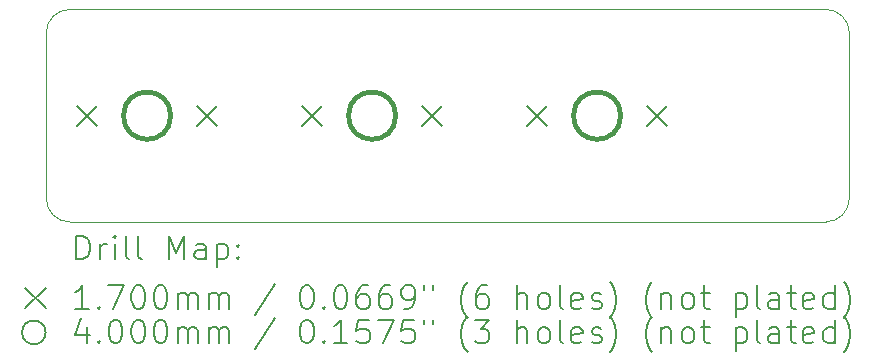
<source format=gbr>
%TF.GenerationSoftware,KiCad,Pcbnew,8.0.3*%
%TF.CreationDate,2024-06-07T22:11:13+12:00*%
%TF.ProjectId,mechanical_switch_breakout,6d656368-616e-4696-9361-6c5f73776974,0.1.0*%
%TF.SameCoordinates,Original*%
%TF.FileFunction,Drillmap*%
%TF.FilePolarity,Positive*%
%FSLAX45Y45*%
G04 Gerber Fmt 4.5, Leading zero omitted, Abs format (unit mm)*
G04 Created by KiCad (PCBNEW 8.0.3) date 2024-06-07 22:11:13*
%MOMM*%
%LPD*%
G01*
G04 APERTURE LIST*
%ADD10C,0.100000*%
%ADD11C,0.200000*%
%ADD12C,0.170000*%
%ADD13C,0.400000*%
G04 APERTURE END LIST*
D10*
X13495750Y-5454000D02*
X7095750Y-5454000D01*
X13495750Y-5454000D02*
G75*
G02*
X13695750Y-5654000I0J-200000D01*
G01*
X13695750Y-7054000D02*
X13695750Y-5654000D01*
X7095750Y-7254000D02*
G75*
G02*
X6895750Y-7054000I0J200000D01*
G01*
X7095750Y-7254000D02*
X13495750Y-7254000D01*
X13695750Y-7054000D02*
G75*
G02*
X13495750Y-7254000I-200000J0D01*
G01*
X6895750Y-5654000D02*
X6895750Y-7054000D01*
X6895750Y-5654000D02*
G75*
G02*
X7095750Y-5454000I200000J0D01*
G01*
D11*
D12*
X7157000Y-6269000D02*
X7327000Y-6439000D01*
X7327000Y-6269000D02*
X7157000Y-6439000D01*
X8173000Y-6269000D02*
X8343000Y-6439000D01*
X8343000Y-6269000D02*
X8173000Y-6439000D01*
X9062000Y-6269000D02*
X9232000Y-6439000D01*
X9232000Y-6269000D02*
X9062000Y-6439000D01*
X10078000Y-6269000D02*
X10248000Y-6439000D01*
X10248000Y-6269000D02*
X10078000Y-6439000D01*
X10967000Y-6269000D02*
X11137000Y-6439000D01*
X11137000Y-6269000D02*
X10967000Y-6439000D01*
X11983000Y-6269000D02*
X12153000Y-6439000D01*
X12153000Y-6269000D02*
X11983000Y-6439000D01*
D13*
X7950000Y-6354000D02*
G75*
G02*
X7550000Y-6354000I-200000J0D01*
G01*
X7550000Y-6354000D02*
G75*
G02*
X7950000Y-6354000I200000J0D01*
G01*
X9855000Y-6354000D02*
G75*
G02*
X9455000Y-6354000I-200000J0D01*
G01*
X9455000Y-6354000D02*
G75*
G02*
X9855000Y-6354000I200000J0D01*
G01*
X11760000Y-6354000D02*
G75*
G02*
X11360000Y-6354000I-200000J0D01*
G01*
X11360000Y-6354000D02*
G75*
G02*
X11760000Y-6354000I200000J0D01*
G01*
D11*
X7151527Y-7570484D02*
X7151527Y-7370484D01*
X7151527Y-7370484D02*
X7199146Y-7370484D01*
X7199146Y-7370484D02*
X7227717Y-7380007D01*
X7227717Y-7380007D02*
X7246765Y-7399055D01*
X7246765Y-7399055D02*
X7256289Y-7418103D01*
X7256289Y-7418103D02*
X7265812Y-7456198D01*
X7265812Y-7456198D02*
X7265812Y-7484769D01*
X7265812Y-7484769D02*
X7256289Y-7522865D01*
X7256289Y-7522865D02*
X7246765Y-7541912D01*
X7246765Y-7541912D02*
X7227717Y-7560960D01*
X7227717Y-7560960D02*
X7199146Y-7570484D01*
X7199146Y-7570484D02*
X7151527Y-7570484D01*
X7351527Y-7570484D02*
X7351527Y-7437150D01*
X7351527Y-7475246D02*
X7361051Y-7456198D01*
X7361051Y-7456198D02*
X7370574Y-7446674D01*
X7370574Y-7446674D02*
X7389622Y-7437150D01*
X7389622Y-7437150D02*
X7408670Y-7437150D01*
X7475336Y-7570484D02*
X7475336Y-7437150D01*
X7475336Y-7370484D02*
X7465812Y-7380007D01*
X7465812Y-7380007D02*
X7475336Y-7389531D01*
X7475336Y-7389531D02*
X7484860Y-7380007D01*
X7484860Y-7380007D02*
X7475336Y-7370484D01*
X7475336Y-7370484D02*
X7475336Y-7389531D01*
X7599146Y-7570484D02*
X7580098Y-7560960D01*
X7580098Y-7560960D02*
X7570574Y-7541912D01*
X7570574Y-7541912D02*
X7570574Y-7370484D01*
X7703908Y-7570484D02*
X7684860Y-7560960D01*
X7684860Y-7560960D02*
X7675336Y-7541912D01*
X7675336Y-7541912D02*
X7675336Y-7370484D01*
X7932479Y-7570484D02*
X7932479Y-7370484D01*
X7932479Y-7370484D02*
X7999146Y-7513341D01*
X7999146Y-7513341D02*
X8065812Y-7370484D01*
X8065812Y-7370484D02*
X8065812Y-7570484D01*
X8246765Y-7570484D02*
X8246765Y-7465722D01*
X8246765Y-7465722D02*
X8237241Y-7446674D01*
X8237241Y-7446674D02*
X8218193Y-7437150D01*
X8218193Y-7437150D02*
X8180098Y-7437150D01*
X8180098Y-7437150D02*
X8161051Y-7446674D01*
X8246765Y-7560960D02*
X8227717Y-7570484D01*
X8227717Y-7570484D02*
X8180098Y-7570484D01*
X8180098Y-7570484D02*
X8161051Y-7560960D01*
X8161051Y-7560960D02*
X8151527Y-7541912D01*
X8151527Y-7541912D02*
X8151527Y-7522865D01*
X8151527Y-7522865D02*
X8161051Y-7503817D01*
X8161051Y-7503817D02*
X8180098Y-7494293D01*
X8180098Y-7494293D02*
X8227717Y-7494293D01*
X8227717Y-7494293D02*
X8246765Y-7484769D01*
X8342003Y-7437150D02*
X8342003Y-7637150D01*
X8342003Y-7446674D02*
X8361051Y-7437150D01*
X8361051Y-7437150D02*
X8399146Y-7437150D01*
X8399146Y-7437150D02*
X8418194Y-7446674D01*
X8418194Y-7446674D02*
X8427717Y-7456198D01*
X8427717Y-7456198D02*
X8437241Y-7475246D01*
X8437241Y-7475246D02*
X8437241Y-7532388D01*
X8437241Y-7532388D02*
X8427717Y-7551436D01*
X8427717Y-7551436D02*
X8418194Y-7560960D01*
X8418194Y-7560960D02*
X8399146Y-7570484D01*
X8399146Y-7570484D02*
X8361051Y-7570484D01*
X8361051Y-7570484D02*
X8342003Y-7560960D01*
X8522955Y-7551436D02*
X8532479Y-7560960D01*
X8532479Y-7560960D02*
X8522955Y-7570484D01*
X8522955Y-7570484D02*
X8513432Y-7560960D01*
X8513432Y-7560960D02*
X8522955Y-7551436D01*
X8522955Y-7551436D02*
X8522955Y-7570484D01*
X8522955Y-7446674D02*
X8532479Y-7456198D01*
X8532479Y-7456198D02*
X8522955Y-7465722D01*
X8522955Y-7465722D02*
X8513432Y-7456198D01*
X8513432Y-7456198D02*
X8522955Y-7446674D01*
X8522955Y-7446674D02*
X8522955Y-7465722D01*
D12*
X6720750Y-7814000D02*
X6890750Y-7984000D01*
X6890750Y-7814000D02*
X6720750Y-7984000D01*
D11*
X7256289Y-7990484D02*
X7142003Y-7990484D01*
X7199146Y-7990484D02*
X7199146Y-7790484D01*
X7199146Y-7790484D02*
X7180098Y-7819055D01*
X7180098Y-7819055D02*
X7161051Y-7838103D01*
X7161051Y-7838103D02*
X7142003Y-7847626D01*
X7342003Y-7971436D02*
X7351527Y-7980960D01*
X7351527Y-7980960D02*
X7342003Y-7990484D01*
X7342003Y-7990484D02*
X7332479Y-7980960D01*
X7332479Y-7980960D02*
X7342003Y-7971436D01*
X7342003Y-7971436D02*
X7342003Y-7990484D01*
X7418193Y-7790484D02*
X7551527Y-7790484D01*
X7551527Y-7790484D02*
X7465812Y-7990484D01*
X7665812Y-7790484D02*
X7684860Y-7790484D01*
X7684860Y-7790484D02*
X7703908Y-7800007D01*
X7703908Y-7800007D02*
X7713432Y-7809531D01*
X7713432Y-7809531D02*
X7722955Y-7828579D01*
X7722955Y-7828579D02*
X7732479Y-7866674D01*
X7732479Y-7866674D02*
X7732479Y-7914293D01*
X7732479Y-7914293D02*
X7722955Y-7952388D01*
X7722955Y-7952388D02*
X7713432Y-7971436D01*
X7713432Y-7971436D02*
X7703908Y-7980960D01*
X7703908Y-7980960D02*
X7684860Y-7990484D01*
X7684860Y-7990484D02*
X7665812Y-7990484D01*
X7665812Y-7990484D02*
X7646765Y-7980960D01*
X7646765Y-7980960D02*
X7637241Y-7971436D01*
X7637241Y-7971436D02*
X7627717Y-7952388D01*
X7627717Y-7952388D02*
X7618193Y-7914293D01*
X7618193Y-7914293D02*
X7618193Y-7866674D01*
X7618193Y-7866674D02*
X7627717Y-7828579D01*
X7627717Y-7828579D02*
X7637241Y-7809531D01*
X7637241Y-7809531D02*
X7646765Y-7800007D01*
X7646765Y-7800007D02*
X7665812Y-7790484D01*
X7856289Y-7790484D02*
X7875336Y-7790484D01*
X7875336Y-7790484D02*
X7894384Y-7800007D01*
X7894384Y-7800007D02*
X7903908Y-7809531D01*
X7903908Y-7809531D02*
X7913432Y-7828579D01*
X7913432Y-7828579D02*
X7922955Y-7866674D01*
X7922955Y-7866674D02*
X7922955Y-7914293D01*
X7922955Y-7914293D02*
X7913432Y-7952388D01*
X7913432Y-7952388D02*
X7903908Y-7971436D01*
X7903908Y-7971436D02*
X7894384Y-7980960D01*
X7894384Y-7980960D02*
X7875336Y-7990484D01*
X7875336Y-7990484D02*
X7856289Y-7990484D01*
X7856289Y-7990484D02*
X7837241Y-7980960D01*
X7837241Y-7980960D02*
X7827717Y-7971436D01*
X7827717Y-7971436D02*
X7818193Y-7952388D01*
X7818193Y-7952388D02*
X7808670Y-7914293D01*
X7808670Y-7914293D02*
X7808670Y-7866674D01*
X7808670Y-7866674D02*
X7818193Y-7828579D01*
X7818193Y-7828579D02*
X7827717Y-7809531D01*
X7827717Y-7809531D02*
X7837241Y-7800007D01*
X7837241Y-7800007D02*
X7856289Y-7790484D01*
X8008670Y-7990484D02*
X8008670Y-7857150D01*
X8008670Y-7876198D02*
X8018193Y-7866674D01*
X8018193Y-7866674D02*
X8037241Y-7857150D01*
X8037241Y-7857150D02*
X8065813Y-7857150D01*
X8065813Y-7857150D02*
X8084860Y-7866674D01*
X8084860Y-7866674D02*
X8094384Y-7885722D01*
X8094384Y-7885722D02*
X8094384Y-7990484D01*
X8094384Y-7885722D02*
X8103908Y-7866674D01*
X8103908Y-7866674D02*
X8122955Y-7857150D01*
X8122955Y-7857150D02*
X8151527Y-7857150D01*
X8151527Y-7857150D02*
X8170574Y-7866674D01*
X8170574Y-7866674D02*
X8180098Y-7885722D01*
X8180098Y-7885722D02*
X8180098Y-7990484D01*
X8275336Y-7990484D02*
X8275336Y-7857150D01*
X8275336Y-7876198D02*
X8284860Y-7866674D01*
X8284860Y-7866674D02*
X8303908Y-7857150D01*
X8303908Y-7857150D02*
X8332479Y-7857150D01*
X8332479Y-7857150D02*
X8351527Y-7866674D01*
X8351527Y-7866674D02*
X8361051Y-7885722D01*
X8361051Y-7885722D02*
X8361051Y-7990484D01*
X8361051Y-7885722D02*
X8370574Y-7866674D01*
X8370574Y-7866674D02*
X8389622Y-7857150D01*
X8389622Y-7857150D02*
X8418194Y-7857150D01*
X8418194Y-7857150D02*
X8437241Y-7866674D01*
X8437241Y-7866674D02*
X8446765Y-7885722D01*
X8446765Y-7885722D02*
X8446765Y-7990484D01*
X8837241Y-7780960D02*
X8665813Y-8038103D01*
X9094384Y-7790484D02*
X9113432Y-7790484D01*
X9113432Y-7790484D02*
X9132479Y-7800007D01*
X9132479Y-7800007D02*
X9142003Y-7809531D01*
X9142003Y-7809531D02*
X9151527Y-7828579D01*
X9151527Y-7828579D02*
X9161051Y-7866674D01*
X9161051Y-7866674D02*
X9161051Y-7914293D01*
X9161051Y-7914293D02*
X9151527Y-7952388D01*
X9151527Y-7952388D02*
X9142003Y-7971436D01*
X9142003Y-7971436D02*
X9132479Y-7980960D01*
X9132479Y-7980960D02*
X9113432Y-7990484D01*
X9113432Y-7990484D02*
X9094384Y-7990484D01*
X9094384Y-7990484D02*
X9075337Y-7980960D01*
X9075337Y-7980960D02*
X9065813Y-7971436D01*
X9065813Y-7971436D02*
X9056289Y-7952388D01*
X9056289Y-7952388D02*
X9046765Y-7914293D01*
X9046765Y-7914293D02*
X9046765Y-7866674D01*
X9046765Y-7866674D02*
X9056289Y-7828579D01*
X9056289Y-7828579D02*
X9065813Y-7809531D01*
X9065813Y-7809531D02*
X9075337Y-7800007D01*
X9075337Y-7800007D02*
X9094384Y-7790484D01*
X9246765Y-7971436D02*
X9256289Y-7980960D01*
X9256289Y-7980960D02*
X9246765Y-7990484D01*
X9246765Y-7990484D02*
X9237241Y-7980960D01*
X9237241Y-7980960D02*
X9246765Y-7971436D01*
X9246765Y-7971436D02*
X9246765Y-7990484D01*
X9380098Y-7790484D02*
X9399146Y-7790484D01*
X9399146Y-7790484D02*
X9418194Y-7800007D01*
X9418194Y-7800007D02*
X9427718Y-7809531D01*
X9427718Y-7809531D02*
X9437241Y-7828579D01*
X9437241Y-7828579D02*
X9446765Y-7866674D01*
X9446765Y-7866674D02*
X9446765Y-7914293D01*
X9446765Y-7914293D02*
X9437241Y-7952388D01*
X9437241Y-7952388D02*
X9427718Y-7971436D01*
X9427718Y-7971436D02*
X9418194Y-7980960D01*
X9418194Y-7980960D02*
X9399146Y-7990484D01*
X9399146Y-7990484D02*
X9380098Y-7990484D01*
X9380098Y-7990484D02*
X9361051Y-7980960D01*
X9361051Y-7980960D02*
X9351527Y-7971436D01*
X9351527Y-7971436D02*
X9342003Y-7952388D01*
X9342003Y-7952388D02*
X9332479Y-7914293D01*
X9332479Y-7914293D02*
X9332479Y-7866674D01*
X9332479Y-7866674D02*
X9342003Y-7828579D01*
X9342003Y-7828579D02*
X9351527Y-7809531D01*
X9351527Y-7809531D02*
X9361051Y-7800007D01*
X9361051Y-7800007D02*
X9380098Y-7790484D01*
X9618194Y-7790484D02*
X9580098Y-7790484D01*
X9580098Y-7790484D02*
X9561051Y-7800007D01*
X9561051Y-7800007D02*
X9551527Y-7809531D01*
X9551527Y-7809531D02*
X9532479Y-7838103D01*
X9532479Y-7838103D02*
X9522956Y-7876198D01*
X9522956Y-7876198D02*
X9522956Y-7952388D01*
X9522956Y-7952388D02*
X9532479Y-7971436D01*
X9532479Y-7971436D02*
X9542003Y-7980960D01*
X9542003Y-7980960D02*
X9561051Y-7990484D01*
X9561051Y-7990484D02*
X9599146Y-7990484D01*
X9599146Y-7990484D02*
X9618194Y-7980960D01*
X9618194Y-7980960D02*
X9627718Y-7971436D01*
X9627718Y-7971436D02*
X9637241Y-7952388D01*
X9637241Y-7952388D02*
X9637241Y-7904769D01*
X9637241Y-7904769D02*
X9627718Y-7885722D01*
X9627718Y-7885722D02*
X9618194Y-7876198D01*
X9618194Y-7876198D02*
X9599146Y-7866674D01*
X9599146Y-7866674D02*
X9561051Y-7866674D01*
X9561051Y-7866674D02*
X9542003Y-7876198D01*
X9542003Y-7876198D02*
X9532479Y-7885722D01*
X9532479Y-7885722D02*
X9522956Y-7904769D01*
X9808670Y-7790484D02*
X9770575Y-7790484D01*
X9770575Y-7790484D02*
X9751527Y-7800007D01*
X9751527Y-7800007D02*
X9742003Y-7809531D01*
X9742003Y-7809531D02*
X9722956Y-7838103D01*
X9722956Y-7838103D02*
X9713432Y-7876198D01*
X9713432Y-7876198D02*
X9713432Y-7952388D01*
X9713432Y-7952388D02*
X9722956Y-7971436D01*
X9722956Y-7971436D02*
X9732479Y-7980960D01*
X9732479Y-7980960D02*
X9751527Y-7990484D01*
X9751527Y-7990484D02*
X9789622Y-7990484D01*
X9789622Y-7990484D02*
X9808670Y-7980960D01*
X9808670Y-7980960D02*
X9818194Y-7971436D01*
X9818194Y-7971436D02*
X9827718Y-7952388D01*
X9827718Y-7952388D02*
X9827718Y-7904769D01*
X9827718Y-7904769D02*
X9818194Y-7885722D01*
X9818194Y-7885722D02*
X9808670Y-7876198D01*
X9808670Y-7876198D02*
X9789622Y-7866674D01*
X9789622Y-7866674D02*
X9751527Y-7866674D01*
X9751527Y-7866674D02*
X9732479Y-7876198D01*
X9732479Y-7876198D02*
X9722956Y-7885722D01*
X9722956Y-7885722D02*
X9713432Y-7904769D01*
X9922956Y-7990484D02*
X9961051Y-7990484D01*
X9961051Y-7990484D02*
X9980099Y-7980960D01*
X9980099Y-7980960D02*
X9989622Y-7971436D01*
X9989622Y-7971436D02*
X10008670Y-7942865D01*
X10008670Y-7942865D02*
X10018194Y-7904769D01*
X10018194Y-7904769D02*
X10018194Y-7828579D01*
X10018194Y-7828579D02*
X10008670Y-7809531D01*
X10008670Y-7809531D02*
X9999146Y-7800007D01*
X9999146Y-7800007D02*
X9980099Y-7790484D01*
X9980099Y-7790484D02*
X9942003Y-7790484D01*
X9942003Y-7790484D02*
X9922956Y-7800007D01*
X9922956Y-7800007D02*
X9913432Y-7809531D01*
X9913432Y-7809531D02*
X9903908Y-7828579D01*
X9903908Y-7828579D02*
X9903908Y-7876198D01*
X9903908Y-7876198D02*
X9913432Y-7895246D01*
X9913432Y-7895246D02*
X9922956Y-7904769D01*
X9922956Y-7904769D02*
X9942003Y-7914293D01*
X9942003Y-7914293D02*
X9980099Y-7914293D01*
X9980099Y-7914293D02*
X9999146Y-7904769D01*
X9999146Y-7904769D02*
X10008670Y-7895246D01*
X10008670Y-7895246D02*
X10018194Y-7876198D01*
X10094384Y-7790484D02*
X10094384Y-7828579D01*
X10170575Y-7790484D02*
X10170575Y-7828579D01*
X10465813Y-8066674D02*
X10456289Y-8057150D01*
X10456289Y-8057150D02*
X10437241Y-8028579D01*
X10437241Y-8028579D02*
X10427718Y-8009531D01*
X10427718Y-8009531D02*
X10418194Y-7980960D01*
X10418194Y-7980960D02*
X10408670Y-7933341D01*
X10408670Y-7933341D02*
X10408670Y-7895246D01*
X10408670Y-7895246D02*
X10418194Y-7847626D01*
X10418194Y-7847626D02*
X10427718Y-7819055D01*
X10427718Y-7819055D02*
X10437241Y-7800007D01*
X10437241Y-7800007D02*
X10456289Y-7771436D01*
X10456289Y-7771436D02*
X10465813Y-7761912D01*
X10627718Y-7790484D02*
X10589622Y-7790484D01*
X10589622Y-7790484D02*
X10570575Y-7800007D01*
X10570575Y-7800007D02*
X10561051Y-7809531D01*
X10561051Y-7809531D02*
X10542003Y-7838103D01*
X10542003Y-7838103D02*
X10532480Y-7876198D01*
X10532480Y-7876198D02*
X10532480Y-7952388D01*
X10532480Y-7952388D02*
X10542003Y-7971436D01*
X10542003Y-7971436D02*
X10551527Y-7980960D01*
X10551527Y-7980960D02*
X10570575Y-7990484D01*
X10570575Y-7990484D02*
X10608670Y-7990484D01*
X10608670Y-7990484D02*
X10627718Y-7980960D01*
X10627718Y-7980960D02*
X10637241Y-7971436D01*
X10637241Y-7971436D02*
X10646765Y-7952388D01*
X10646765Y-7952388D02*
X10646765Y-7904769D01*
X10646765Y-7904769D02*
X10637241Y-7885722D01*
X10637241Y-7885722D02*
X10627718Y-7876198D01*
X10627718Y-7876198D02*
X10608670Y-7866674D01*
X10608670Y-7866674D02*
X10570575Y-7866674D01*
X10570575Y-7866674D02*
X10551527Y-7876198D01*
X10551527Y-7876198D02*
X10542003Y-7885722D01*
X10542003Y-7885722D02*
X10532480Y-7904769D01*
X10884861Y-7990484D02*
X10884861Y-7790484D01*
X10970575Y-7990484D02*
X10970575Y-7885722D01*
X10970575Y-7885722D02*
X10961051Y-7866674D01*
X10961051Y-7866674D02*
X10942003Y-7857150D01*
X10942003Y-7857150D02*
X10913432Y-7857150D01*
X10913432Y-7857150D02*
X10894384Y-7866674D01*
X10894384Y-7866674D02*
X10884861Y-7876198D01*
X11094384Y-7990484D02*
X11075337Y-7980960D01*
X11075337Y-7980960D02*
X11065813Y-7971436D01*
X11065813Y-7971436D02*
X11056289Y-7952388D01*
X11056289Y-7952388D02*
X11056289Y-7895246D01*
X11056289Y-7895246D02*
X11065813Y-7876198D01*
X11065813Y-7876198D02*
X11075337Y-7866674D01*
X11075337Y-7866674D02*
X11094384Y-7857150D01*
X11094384Y-7857150D02*
X11122956Y-7857150D01*
X11122956Y-7857150D02*
X11142003Y-7866674D01*
X11142003Y-7866674D02*
X11151527Y-7876198D01*
X11151527Y-7876198D02*
X11161051Y-7895246D01*
X11161051Y-7895246D02*
X11161051Y-7952388D01*
X11161051Y-7952388D02*
X11151527Y-7971436D01*
X11151527Y-7971436D02*
X11142003Y-7980960D01*
X11142003Y-7980960D02*
X11122956Y-7990484D01*
X11122956Y-7990484D02*
X11094384Y-7990484D01*
X11275337Y-7990484D02*
X11256289Y-7980960D01*
X11256289Y-7980960D02*
X11246765Y-7961912D01*
X11246765Y-7961912D02*
X11246765Y-7790484D01*
X11427718Y-7980960D02*
X11408670Y-7990484D01*
X11408670Y-7990484D02*
X11370575Y-7990484D01*
X11370575Y-7990484D02*
X11351527Y-7980960D01*
X11351527Y-7980960D02*
X11342003Y-7961912D01*
X11342003Y-7961912D02*
X11342003Y-7885722D01*
X11342003Y-7885722D02*
X11351527Y-7866674D01*
X11351527Y-7866674D02*
X11370575Y-7857150D01*
X11370575Y-7857150D02*
X11408670Y-7857150D01*
X11408670Y-7857150D02*
X11427718Y-7866674D01*
X11427718Y-7866674D02*
X11437241Y-7885722D01*
X11437241Y-7885722D02*
X11437241Y-7904769D01*
X11437241Y-7904769D02*
X11342003Y-7923817D01*
X11513432Y-7980960D02*
X11532480Y-7990484D01*
X11532480Y-7990484D02*
X11570575Y-7990484D01*
X11570575Y-7990484D02*
X11589622Y-7980960D01*
X11589622Y-7980960D02*
X11599146Y-7961912D01*
X11599146Y-7961912D02*
X11599146Y-7952388D01*
X11599146Y-7952388D02*
X11589622Y-7933341D01*
X11589622Y-7933341D02*
X11570575Y-7923817D01*
X11570575Y-7923817D02*
X11542003Y-7923817D01*
X11542003Y-7923817D02*
X11522956Y-7914293D01*
X11522956Y-7914293D02*
X11513432Y-7895246D01*
X11513432Y-7895246D02*
X11513432Y-7885722D01*
X11513432Y-7885722D02*
X11522956Y-7866674D01*
X11522956Y-7866674D02*
X11542003Y-7857150D01*
X11542003Y-7857150D02*
X11570575Y-7857150D01*
X11570575Y-7857150D02*
X11589622Y-7866674D01*
X11665813Y-8066674D02*
X11675337Y-8057150D01*
X11675337Y-8057150D02*
X11694384Y-8028579D01*
X11694384Y-8028579D02*
X11703908Y-8009531D01*
X11703908Y-8009531D02*
X11713432Y-7980960D01*
X11713432Y-7980960D02*
X11722956Y-7933341D01*
X11722956Y-7933341D02*
X11722956Y-7895246D01*
X11722956Y-7895246D02*
X11713432Y-7847626D01*
X11713432Y-7847626D02*
X11703908Y-7819055D01*
X11703908Y-7819055D02*
X11694384Y-7800007D01*
X11694384Y-7800007D02*
X11675337Y-7771436D01*
X11675337Y-7771436D02*
X11665813Y-7761912D01*
X12027718Y-8066674D02*
X12018194Y-8057150D01*
X12018194Y-8057150D02*
X11999146Y-8028579D01*
X11999146Y-8028579D02*
X11989622Y-8009531D01*
X11989622Y-8009531D02*
X11980099Y-7980960D01*
X11980099Y-7980960D02*
X11970575Y-7933341D01*
X11970575Y-7933341D02*
X11970575Y-7895246D01*
X11970575Y-7895246D02*
X11980099Y-7847626D01*
X11980099Y-7847626D02*
X11989622Y-7819055D01*
X11989622Y-7819055D02*
X11999146Y-7800007D01*
X11999146Y-7800007D02*
X12018194Y-7771436D01*
X12018194Y-7771436D02*
X12027718Y-7761912D01*
X12103908Y-7857150D02*
X12103908Y-7990484D01*
X12103908Y-7876198D02*
X12113432Y-7866674D01*
X12113432Y-7866674D02*
X12132480Y-7857150D01*
X12132480Y-7857150D02*
X12161051Y-7857150D01*
X12161051Y-7857150D02*
X12180099Y-7866674D01*
X12180099Y-7866674D02*
X12189622Y-7885722D01*
X12189622Y-7885722D02*
X12189622Y-7990484D01*
X12313432Y-7990484D02*
X12294384Y-7980960D01*
X12294384Y-7980960D02*
X12284861Y-7971436D01*
X12284861Y-7971436D02*
X12275337Y-7952388D01*
X12275337Y-7952388D02*
X12275337Y-7895246D01*
X12275337Y-7895246D02*
X12284861Y-7876198D01*
X12284861Y-7876198D02*
X12294384Y-7866674D01*
X12294384Y-7866674D02*
X12313432Y-7857150D01*
X12313432Y-7857150D02*
X12342003Y-7857150D01*
X12342003Y-7857150D02*
X12361051Y-7866674D01*
X12361051Y-7866674D02*
X12370575Y-7876198D01*
X12370575Y-7876198D02*
X12380099Y-7895246D01*
X12380099Y-7895246D02*
X12380099Y-7952388D01*
X12380099Y-7952388D02*
X12370575Y-7971436D01*
X12370575Y-7971436D02*
X12361051Y-7980960D01*
X12361051Y-7980960D02*
X12342003Y-7990484D01*
X12342003Y-7990484D02*
X12313432Y-7990484D01*
X12437242Y-7857150D02*
X12513432Y-7857150D01*
X12465813Y-7790484D02*
X12465813Y-7961912D01*
X12465813Y-7961912D02*
X12475337Y-7980960D01*
X12475337Y-7980960D02*
X12494384Y-7990484D01*
X12494384Y-7990484D02*
X12513432Y-7990484D01*
X12732480Y-7857150D02*
X12732480Y-8057150D01*
X12732480Y-7866674D02*
X12751527Y-7857150D01*
X12751527Y-7857150D02*
X12789623Y-7857150D01*
X12789623Y-7857150D02*
X12808670Y-7866674D01*
X12808670Y-7866674D02*
X12818194Y-7876198D01*
X12818194Y-7876198D02*
X12827718Y-7895246D01*
X12827718Y-7895246D02*
X12827718Y-7952388D01*
X12827718Y-7952388D02*
X12818194Y-7971436D01*
X12818194Y-7971436D02*
X12808670Y-7980960D01*
X12808670Y-7980960D02*
X12789623Y-7990484D01*
X12789623Y-7990484D02*
X12751527Y-7990484D01*
X12751527Y-7990484D02*
X12732480Y-7980960D01*
X12942003Y-7990484D02*
X12922956Y-7980960D01*
X12922956Y-7980960D02*
X12913432Y-7961912D01*
X12913432Y-7961912D02*
X12913432Y-7790484D01*
X13103908Y-7990484D02*
X13103908Y-7885722D01*
X13103908Y-7885722D02*
X13094384Y-7866674D01*
X13094384Y-7866674D02*
X13075337Y-7857150D01*
X13075337Y-7857150D02*
X13037242Y-7857150D01*
X13037242Y-7857150D02*
X13018194Y-7866674D01*
X13103908Y-7980960D02*
X13084861Y-7990484D01*
X13084861Y-7990484D02*
X13037242Y-7990484D01*
X13037242Y-7990484D02*
X13018194Y-7980960D01*
X13018194Y-7980960D02*
X13008670Y-7961912D01*
X13008670Y-7961912D02*
X13008670Y-7942865D01*
X13008670Y-7942865D02*
X13018194Y-7923817D01*
X13018194Y-7923817D02*
X13037242Y-7914293D01*
X13037242Y-7914293D02*
X13084861Y-7914293D01*
X13084861Y-7914293D02*
X13103908Y-7904769D01*
X13170575Y-7857150D02*
X13246765Y-7857150D01*
X13199146Y-7790484D02*
X13199146Y-7961912D01*
X13199146Y-7961912D02*
X13208670Y-7980960D01*
X13208670Y-7980960D02*
X13227718Y-7990484D01*
X13227718Y-7990484D02*
X13246765Y-7990484D01*
X13389623Y-7980960D02*
X13370575Y-7990484D01*
X13370575Y-7990484D02*
X13332480Y-7990484D01*
X13332480Y-7990484D02*
X13313432Y-7980960D01*
X13313432Y-7980960D02*
X13303908Y-7961912D01*
X13303908Y-7961912D02*
X13303908Y-7885722D01*
X13303908Y-7885722D02*
X13313432Y-7866674D01*
X13313432Y-7866674D02*
X13332480Y-7857150D01*
X13332480Y-7857150D02*
X13370575Y-7857150D01*
X13370575Y-7857150D02*
X13389623Y-7866674D01*
X13389623Y-7866674D02*
X13399146Y-7885722D01*
X13399146Y-7885722D02*
X13399146Y-7904769D01*
X13399146Y-7904769D02*
X13303908Y-7923817D01*
X13570575Y-7990484D02*
X13570575Y-7790484D01*
X13570575Y-7980960D02*
X13551527Y-7990484D01*
X13551527Y-7990484D02*
X13513432Y-7990484D01*
X13513432Y-7990484D02*
X13494384Y-7980960D01*
X13494384Y-7980960D02*
X13484861Y-7971436D01*
X13484861Y-7971436D02*
X13475337Y-7952388D01*
X13475337Y-7952388D02*
X13475337Y-7895246D01*
X13475337Y-7895246D02*
X13484861Y-7876198D01*
X13484861Y-7876198D02*
X13494384Y-7866674D01*
X13494384Y-7866674D02*
X13513432Y-7857150D01*
X13513432Y-7857150D02*
X13551527Y-7857150D01*
X13551527Y-7857150D02*
X13570575Y-7866674D01*
X13646765Y-8066674D02*
X13656289Y-8057150D01*
X13656289Y-8057150D02*
X13675337Y-8028579D01*
X13675337Y-8028579D02*
X13684861Y-8009531D01*
X13684861Y-8009531D02*
X13694384Y-7980960D01*
X13694384Y-7980960D02*
X13703908Y-7933341D01*
X13703908Y-7933341D02*
X13703908Y-7895246D01*
X13703908Y-7895246D02*
X13694384Y-7847626D01*
X13694384Y-7847626D02*
X13684861Y-7819055D01*
X13684861Y-7819055D02*
X13675337Y-7800007D01*
X13675337Y-7800007D02*
X13656289Y-7771436D01*
X13656289Y-7771436D02*
X13646765Y-7761912D01*
X6890750Y-8189000D02*
G75*
G02*
X6690750Y-8189000I-100000J0D01*
G01*
X6690750Y-8189000D02*
G75*
G02*
X6890750Y-8189000I100000J0D01*
G01*
X7237241Y-8147150D02*
X7237241Y-8280484D01*
X7189622Y-8070960D02*
X7142003Y-8213817D01*
X7142003Y-8213817D02*
X7265812Y-8213817D01*
X7342003Y-8261436D02*
X7351527Y-8270960D01*
X7351527Y-8270960D02*
X7342003Y-8280484D01*
X7342003Y-8280484D02*
X7332479Y-8270960D01*
X7332479Y-8270960D02*
X7342003Y-8261436D01*
X7342003Y-8261436D02*
X7342003Y-8280484D01*
X7475336Y-8080484D02*
X7494384Y-8080484D01*
X7494384Y-8080484D02*
X7513432Y-8090007D01*
X7513432Y-8090007D02*
X7522955Y-8099531D01*
X7522955Y-8099531D02*
X7532479Y-8118579D01*
X7532479Y-8118579D02*
X7542003Y-8156674D01*
X7542003Y-8156674D02*
X7542003Y-8204293D01*
X7542003Y-8204293D02*
X7532479Y-8242388D01*
X7532479Y-8242388D02*
X7522955Y-8261436D01*
X7522955Y-8261436D02*
X7513432Y-8270960D01*
X7513432Y-8270960D02*
X7494384Y-8280484D01*
X7494384Y-8280484D02*
X7475336Y-8280484D01*
X7475336Y-8280484D02*
X7456289Y-8270960D01*
X7456289Y-8270960D02*
X7446765Y-8261436D01*
X7446765Y-8261436D02*
X7437241Y-8242388D01*
X7437241Y-8242388D02*
X7427717Y-8204293D01*
X7427717Y-8204293D02*
X7427717Y-8156674D01*
X7427717Y-8156674D02*
X7437241Y-8118579D01*
X7437241Y-8118579D02*
X7446765Y-8099531D01*
X7446765Y-8099531D02*
X7456289Y-8090007D01*
X7456289Y-8090007D02*
X7475336Y-8080484D01*
X7665812Y-8080484D02*
X7684860Y-8080484D01*
X7684860Y-8080484D02*
X7703908Y-8090007D01*
X7703908Y-8090007D02*
X7713432Y-8099531D01*
X7713432Y-8099531D02*
X7722955Y-8118579D01*
X7722955Y-8118579D02*
X7732479Y-8156674D01*
X7732479Y-8156674D02*
X7732479Y-8204293D01*
X7732479Y-8204293D02*
X7722955Y-8242388D01*
X7722955Y-8242388D02*
X7713432Y-8261436D01*
X7713432Y-8261436D02*
X7703908Y-8270960D01*
X7703908Y-8270960D02*
X7684860Y-8280484D01*
X7684860Y-8280484D02*
X7665812Y-8280484D01*
X7665812Y-8280484D02*
X7646765Y-8270960D01*
X7646765Y-8270960D02*
X7637241Y-8261436D01*
X7637241Y-8261436D02*
X7627717Y-8242388D01*
X7627717Y-8242388D02*
X7618193Y-8204293D01*
X7618193Y-8204293D02*
X7618193Y-8156674D01*
X7618193Y-8156674D02*
X7627717Y-8118579D01*
X7627717Y-8118579D02*
X7637241Y-8099531D01*
X7637241Y-8099531D02*
X7646765Y-8090007D01*
X7646765Y-8090007D02*
X7665812Y-8080484D01*
X7856289Y-8080484D02*
X7875336Y-8080484D01*
X7875336Y-8080484D02*
X7894384Y-8090007D01*
X7894384Y-8090007D02*
X7903908Y-8099531D01*
X7903908Y-8099531D02*
X7913432Y-8118579D01*
X7913432Y-8118579D02*
X7922955Y-8156674D01*
X7922955Y-8156674D02*
X7922955Y-8204293D01*
X7922955Y-8204293D02*
X7913432Y-8242388D01*
X7913432Y-8242388D02*
X7903908Y-8261436D01*
X7903908Y-8261436D02*
X7894384Y-8270960D01*
X7894384Y-8270960D02*
X7875336Y-8280484D01*
X7875336Y-8280484D02*
X7856289Y-8280484D01*
X7856289Y-8280484D02*
X7837241Y-8270960D01*
X7837241Y-8270960D02*
X7827717Y-8261436D01*
X7827717Y-8261436D02*
X7818193Y-8242388D01*
X7818193Y-8242388D02*
X7808670Y-8204293D01*
X7808670Y-8204293D02*
X7808670Y-8156674D01*
X7808670Y-8156674D02*
X7818193Y-8118579D01*
X7818193Y-8118579D02*
X7827717Y-8099531D01*
X7827717Y-8099531D02*
X7837241Y-8090007D01*
X7837241Y-8090007D02*
X7856289Y-8080484D01*
X8008670Y-8280484D02*
X8008670Y-8147150D01*
X8008670Y-8166198D02*
X8018193Y-8156674D01*
X8018193Y-8156674D02*
X8037241Y-8147150D01*
X8037241Y-8147150D02*
X8065813Y-8147150D01*
X8065813Y-8147150D02*
X8084860Y-8156674D01*
X8084860Y-8156674D02*
X8094384Y-8175722D01*
X8094384Y-8175722D02*
X8094384Y-8280484D01*
X8094384Y-8175722D02*
X8103908Y-8156674D01*
X8103908Y-8156674D02*
X8122955Y-8147150D01*
X8122955Y-8147150D02*
X8151527Y-8147150D01*
X8151527Y-8147150D02*
X8170574Y-8156674D01*
X8170574Y-8156674D02*
X8180098Y-8175722D01*
X8180098Y-8175722D02*
X8180098Y-8280484D01*
X8275336Y-8280484D02*
X8275336Y-8147150D01*
X8275336Y-8166198D02*
X8284860Y-8156674D01*
X8284860Y-8156674D02*
X8303908Y-8147150D01*
X8303908Y-8147150D02*
X8332479Y-8147150D01*
X8332479Y-8147150D02*
X8351527Y-8156674D01*
X8351527Y-8156674D02*
X8361051Y-8175722D01*
X8361051Y-8175722D02*
X8361051Y-8280484D01*
X8361051Y-8175722D02*
X8370574Y-8156674D01*
X8370574Y-8156674D02*
X8389622Y-8147150D01*
X8389622Y-8147150D02*
X8418194Y-8147150D01*
X8418194Y-8147150D02*
X8437241Y-8156674D01*
X8437241Y-8156674D02*
X8446765Y-8175722D01*
X8446765Y-8175722D02*
X8446765Y-8280484D01*
X8837241Y-8070960D02*
X8665813Y-8328103D01*
X9094384Y-8080484D02*
X9113432Y-8080484D01*
X9113432Y-8080484D02*
X9132479Y-8090007D01*
X9132479Y-8090007D02*
X9142003Y-8099531D01*
X9142003Y-8099531D02*
X9151527Y-8118579D01*
X9151527Y-8118579D02*
X9161051Y-8156674D01*
X9161051Y-8156674D02*
X9161051Y-8204293D01*
X9161051Y-8204293D02*
X9151527Y-8242388D01*
X9151527Y-8242388D02*
X9142003Y-8261436D01*
X9142003Y-8261436D02*
X9132479Y-8270960D01*
X9132479Y-8270960D02*
X9113432Y-8280484D01*
X9113432Y-8280484D02*
X9094384Y-8280484D01*
X9094384Y-8280484D02*
X9075337Y-8270960D01*
X9075337Y-8270960D02*
X9065813Y-8261436D01*
X9065813Y-8261436D02*
X9056289Y-8242388D01*
X9056289Y-8242388D02*
X9046765Y-8204293D01*
X9046765Y-8204293D02*
X9046765Y-8156674D01*
X9046765Y-8156674D02*
X9056289Y-8118579D01*
X9056289Y-8118579D02*
X9065813Y-8099531D01*
X9065813Y-8099531D02*
X9075337Y-8090007D01*
X9075337Y-8090007D02*
X9094384Y-8080484D01*
X9246765Y-8261436D02*
X9256289Y-8270960D01*
X9256289Y-8270960D02*
X9246765Y-8280484D01*
X9246765Y-8280484D02*
X9237241Y-8270960D01*
X9237241Y-8270960D02*
X9246765Y-8261436D01*
X9246765Y-8261436D02*
X9246765Y-8280484D01*
X9446765Y-8280484D02*
X9332479Y-8280484D01*
X9389622Y-8280484D02*
X9389622Y-8080484D01*
X9389622Y-8080484D02*
X9370575Y-8109055D01*
X9370575Y-8109055D02*
X9351527Y-8128103D01*
X9351527Y-8128103D02*
X9332479Y-8137626D01*
X9627718Y-8080484D02*
X9532479Y-8080484D01*
X9532479Y-8080484D02*
X9522956Y-8175722D01*
X9522956Y-8175722D02*
X9532479Y-8166198D01*
X9532479Y-8166198D02*
X9551527Y-8156674D01*
X9551527Y-8156674D02*
X9599146Y-8156674D01*
X9599146Y-8156674D02*
X9618194Y-8166198D01*
X9618194Y-8166198D02*
X9627718Y-8175722D01*
X9627718Y-8175722D02*
X9637241Y-8194769D01*
X9637241Y-8194769D02*
X9637241Y-8242388D01*
X9637241Y-8242388D02*
X9627718Y-8261436D01*
X9627718Y-8261436D02*
X9618194Y-8270960D01*
X9618194Y-8270960D02*
X9599146Y-8280484D01*
X9599146Y-8280484D02*
X9551527Y-8280484D01*
X9551527Y-8280484D02*
X9532479Y-8270960D01*
X9532479Y-8270960D02*
X9522956Y-8261436D01*
X9703908Y-8080484D02*
X9837241Y-8080484D01*
X9837241Y-8080484D02*
X9751527Y-8280484D01*
X10008670Y-8080484D02*
X9913432Y-8080484D01*
X9913432Y-8080484D02*
X9903908Y-8175722D01*
X9903908Y-8175722D02*
X9913432Y-8166198D01*
X9913432Y-8166198D02*
X9932479Y-8156674D01*
X9932479Y-8156674D02*
X9980099Y-8156674D01*
X9980099Y-8156674D02*
X9999146Y-8166198D01*
X9999146Y-8166198D02*
X10008670Y-8175722D01*
X10008670Y-8175722D02*
X10018194Y-8194769D01*
X10018194Y-8194769D02*
X10018194Y-8242388D01*
X10018194Y-8242388D02*
X10008670Y-8261436D01*
X10008670Y-8261436D02*
X9999146Y-8270960D01*
X9999146Y-8270960D02*
X9980099Y-8280484D01*
X9980099Y-8280484D02*
X9932479Y-8280484D01*
X9932479Y-8280484D02*
X9913432Y-8270960D01*
X9913432Y-8270960D02*
X9903908Y-8261436D01*
X10094384Y-8080484D02*
X10094384Y-8118579D01*
X10170575Y-8080484D02*
X10170575Y-8118579D01*
X10465813Y-8356674D02*
X10456289Y-8347150D01*
X10456289Y-8347150D02*
X10437241Y-8318579D01*
X10437241Y-8318579D02*
X10427718Y-8299531D01*
X10427718Y-8299531D02*
X10418194Y-8270960D01*
X10418194Y-8270960D02*
X10408670Y-8223341D01*
X10408670Y-8223341D02*
X10408670Y-8185246D01*
X10408670Y-8185246D02*
X10418194Y-8137626D01*
X10418194Y-8137626D02*
X10427718Y-8109055D01*
X10427718Y-8109055D02*
X10437241Y-8090007D01*
X10437241Y-8090007D02*
X10456289Y-8061436D01*
X10456289Y-8061436D02*
X10465813Y-8051912D01*
X10522956Y-8080484D02*
X10646765Y-8080484D01*
X10646765Y-8080484D02*
X10580099Y-8156674D01*
X10580099Y-8156674D02*
X10608670Y-8156674D01*
X10608670Y-8156674D02*
X10627718Y-8166198D01*
X10627718Y-8166198D02*
X10637241Y-8175722D01*
X10637241Y-8175722D02*
X10646765Y-8194769D01*
X10646765Y-8194769D02*
X10646765Y-8242388D01*
X10646765Y-8242388D02*
X10637241Y-8261436D01*
X10637241Y-8261436D02*
X10627718Y-8270960D01*
X10627718Y-8270960D02*
X10608670Y-8280484D01*
X10608670Y-8280484D02*
X10551527Y-8280484D01*
X10551527Y-8280484D02*
X10532480Y-8270960D01*
X10532480Y-8270960D02*
X10522956Y-8261436D01*
X10884861Y-8280484D02*
X10884861Y-8080484D01*
X10970575Y-8280484D02*
X10970575Y-8175722D01*
X10970575Y-8175722D02*
X10961051Y-8156674D01*
X10961051Y-8156674D02*
X10942003Y-8147150D01*
X10942003Y-8147150D02*
X10913432Y-8147150D01*
X10913432Y-8147150D02*
X10894384Y-8156674D01*
X10894384Y-8156674D02*
X10884861Y-8166198D01*
X11094384Y-8280484D02*
X11075337Y-8270960D01*
X11075337Y-8270960D02*
X11065813Y-8261436D01*
X11065813Y-8261436D02*
X11056289Y-8242388D01*
X11056289Y-8242388D02*
X11056289Y-8185246D01*
X11056289Y-8185246D02*
X11065813Y-8166198D01*
X11065813Y-8166198D02*
X11075337Y-8156674D01*
X11075337Y-8156674D02*
X11094384Y-8147150D01*
X11094384Y-8147150D02*
X11122956Y-8147150D01*
X11122956Y-8147150D02*
X11142003Y-8156674D01*
X11142003Y-8156674D02*
X11151527Y-8166198D01*
X11151527Y-8166198D02*
X11161051Y-8185246D01*
X11161051Y-8185246D02*
X11161051Y-8242388D01*
X11161051Y-8242388D02*
X11151527Y-8261436D01*
X11151527Y-8261436D02*
X11142003Y-8270960D01*
X11142003Y-8270960D02*
X11122956Y-8280484D01*
X11122956Y-8280484D02*
X11094384Y-8280484D01*
X11275337Y-8280484D02*
X11256289Y-8270960D01*
X11256289Y-8270960D02*
X11246765Y-8251912D01*
X11246765Y-8251912D02*
X11246765Y-8080484D01*
X11427718Y-8270960D02*
X11408670Y-8280484D01*
X11408670Y-8280484D02*
X11370575Y-8280484D01*
X11370575Y-8280484D02*
X11351527Y-8270960D01*
X11351527Y-8270960D02*
X11342003Y-8251912D01*
X11342003Y-8251912D02*
X11342003Y-8175722D01*
X11342003Y-8175722D02*
X11351527Y-8156674D01*
X11351527Y-8156674D02*
X11370575Y-8147150D01*
X11370575Y-8147150D02*
X11408670Y-8147150D01*
X11408670Y-8147150D02*
X11427718Y-8156674D01*
X11427718Y-8156674D02*
X11437241Y-8175722D01*
X11437241Y-8175722D02*
X11437241Y-8194769D01*
X11437241Y-8194769D02*
X11342003Y-8213817D01*
X11513432Y-8270960D02*
X11532480Y-8280484D01*
X11532480Y-8280484D02*
X11570575Y-8280484D01*
X11570575Y-8280484D02*
X11589622Y-8270960D01*
X11589622Y-8270960D02*
X11599146Y-8251912D01*
X11599146Y-8251912D02*
X11599146Y-8242388D01*
X11599146Y-8242388D02*
X11589622Y-8223341D01*
X11589622Y-8223341D02*
X11570575Y-8213817D01*
X11570575Y-8213817D02*
X11542003Y-8213817D01*
X11542003Y-8213817D02*
X11522956Y-8204293D01*
X11522956Y-8204293D02*
X11513432Y-8185246D01*
X11513432Y-8185246D02*
X11513432Y-8175722D01*
X11513432Y-8175722D02*
X11522956Y-8156674D01*
X11522956Y-8156674D02*
X11542003Y-8147150D01*
X11542003Y-8147150D02*
X11570575Y-8147150D01*
X11570575Y-8147150D02*
X11589622Y-8156674D01*
X11665813Y-8356674D02*
X11675337Y-8347150D01*
X11675337Y-8347150D02*
X11694384Y-8318579D01*
X11694384Y-8318579D02*
X11703908Y-8299531D01*
X11703908Y-8299531D02*
X11713432Y-8270960D01*
X11713432Y-8270960D02*
X11722956Y-8223341D01*
X11722956Y-8223341D02*
X11722956Y-8185246D01*
X11722956Y-8185246D02*
X11713432Y-8137626D01*
X11713432Y-8137626D02*
X11703908Y-8109055D01*
X11703908Y-8109055D02*
X11694384Y-8090007D01*
X11694384Y-8090007D02*
X11675337Y-8061436D01*
X11675337Y-8061436D02*
X11665813Y-8051912D01*
X12027718Y-8356674D02*
X12018194Y-8347150D01*
X12018194Y-8347150D02*
X11999146Y-8318579D01*
X11999146Y-8318579D02*
X11989622Y-8299531D01*
X11989622Y-8299531D02*
X11980099Y-8270960D01*
X11980099Y-8270960D02*
X11970575Y-8223341D01*
X11970575Y-8223341D02*
X11970575Y-8185246D01*
X11970575Y-8185246D02*
X11980099Y-8137626D01*
X11980099Y-8137626D02*
X11989622Y-8109055D01*
X11989622Y-8109055D02*
X11999146Y-8090007D01*
X11999146Y-8090007D02*
X12018194Y-8061436D01*
X12018194Y-8061436D02*
X12027718Y-8051912D01*
X12103908Y-8147150D02*
X12103908Y-8280484D01*
X12103908Y-8166198D02*
X12113432Y-8156674D01*
X12113432Y-8156674D02*
X12132480Y-8147150D01*
X12132480Y-8147150D02*
X12161051Y-8147150D01*
X12161051Y-8147150D02*
X12180099Y-8156674D01*
X12180099Y-8156674D02*
X12189622Y-8175722D01*
X12189622Y-8175722D02*
X12189622Y-8280484D01*
X12313432Y-8280484D02*
X12294384Y-8270960D01*
X12294384Y-8270960D02*
X12284861Y-8261436D01*
X12284861Y-8261436D02*
X12275337Y-8242388D01*
X12275337Y-8242388D02*
X12275337Y-8185246D01*
X12275337Y-8185246D02*
X12284861Y-8166198D01*
X12284861Y-8166198D02*
X12294384Y-8156674D01*
X12294384Y-8156674D02*
X12313432Y-8147150D01*
X12313432Y-8147150D02*
X12342003Y-8147150D01*
X12342003Y-8147150D02*
X12361051Y-8156674D01*
X12361051Y-8156674D02*
X12370575Y-8166198D01*
X12370575Y-8166198D02*
X12380099Y-8185246D01*
X12380099Y-8185246D02*
X12380099Y-8242388D01*
X12380099Y-8242388D02*
X12370575Y-8261436D01*
X12370575Y-8261436D02*
X12361051Y-8270960D01*
X12361051Y-8270960D02*
X12342003Y-8280484D01*
X12342003Y-8280484D02*
X12313432Y-8280484D01*
X12437242Y-8147150D02*
X12513432Y-8147150D01*
X12465813Y-8080484D02*
X12465813Y-8251912D01*
X12465813Y-8251912D02*
X12475337Y-8270960D01*
X12475337Y-8270960D02*
X12494384Y-8280484D01*
X12494384Y-8280484D02*
X12513432Y-8280484D01*
X12732480Y-8147150D02*
X12732480Y-8347150D01*
X12732480Y-8156674D02*
X12751527Y-8147150D01*
X12751527Y-8147150D02*
X12789623Y-8147150D01*
X12789623Y-8147150D02*
X12808670Y-8156674D01*
X12808670Y-8156674D02*
X12818194Y-8166198D01*
X12818194Y-8166198D02*
X12827718Y-8185246D01*
X12827718Y-8185246D02*
X12827718Y-8242388D01*
X12827718Y-8242388D02*
X12818194Y-8261436D01*
X12818194Y-8261436D02*
X12808670Y-8270960D01*
X12808670Y-8270960D02*
X12789623Y-8280484D01*
X12789623Y-8280484D02*
X12751527Y-8280484D01*
X12751527Y-8280484D02*
X12732480Y-8270960D01*
X12942003Y-8280484D02*
X12922956Y-8270960D01*
X12922956Y-8270960D02*
X12913432Y-8251912D01*
X12913432Y-8251912D02*
X12913432Y-8080484D01*
X13103908Y-8280484D02*
X13103908Y-8175722D01*
X13103908Y-8175722D02*
X13094384Y-8156674D01*
X13094384Y-8156674D02*
X13075337Y-8147150D01*
X13075337Y-8147150D02*
X13037242Y-8147150D01*
X13037242Y-8147150D02*
X13018194Y-8156674D01*
X13103908Y-8270960D02*
X13084861Y-8280484D01*
X13084861Y-8280484D02*
X13037242Y-8280484D01*
X13037242Y-8280484D02*
X13018194Y-8270960D01*
X13018194Y-8270960D02*
X13008670Y-8251912D01*
X13008670Y-8251912D02*
X13008670Y-8232865D01*
X13008670Y-8232865D02*
X13018194Y-8213817D01*
X13018194Y-8213817D02*
X13037242Y-8204293D01*
X13037242Y-8204293D02*
X13084861Y-8204293D01*
X13084861Y-8204293D02*
X13103908Y-8194769D01*
X13170575Y-8147150D02*
X13246765Y-8147150D01*
X13199146Y-8080484D02*
X13199146Y-8251912D01*
X13199146Y-8251912D02*
X13208670Y-8270960D01*
X13208670Y-8270960D02*
X13227718Y-8280484D01*
X13227718Y-8280484D02*
X13246765Y-8280484D01*
X13389623Y-8270960D02*
X13370575Y-8280484D01*
X13370575Y-8280484D02*
X13332480Y-8280484D01*
X13332480Y-8280484D02*
X13313432Y-8270960D01*
X13313432Y-8270960D02*
X13303908Y-8251912D01*
X13303908Y-8251912D02*
X13303908Y-8175722D01*
X13303908Y-8175722D02*
X13313432Y-8156674D01*
X13313432Y-8156674D02*
X13332480Y-8147150D01*
X13332480Y-8147150D02*
X13370575Y-8147150D01*
X13370575Y-8147150D02*
X13389623Y-8156674D01*
X13389623Y-8156674D02*
X13399146Y-8175722D01*
X13399146Y-8175722D02*
X13399146Y-8194769D01*
X13399146Y-8194769D02*
X13303908Y-8213817D01*
X13570575Y-8280484D02*
X13570575Y-8080484D01*
X13570575Y-8270960D02*
X13551527Y-8280484D01*
X13551527Y-8280484D02*
X13513432Y-8280484D01*
X13513432Y-8280484D02*
X13494384Y-8270960D01*
X13494384Y-8270960D02*
X13484861Y-8261436D01*
X13484861Y-8261436D02*
X13475337Y-8242388D01*
X13475337Y-8242388D02*
X13475337Y-8185246D01*
X13475337Y-8185246D02*
X13484861Y-8166198D01*
X13484861Y-8166198D02*
X13494384Y-8156674D01*
X13494384Y-8156674D02*
X13513432Y-8147150D01*
X13513432Y-8147150D02*
X13551527Y-8147150D01*
X13551527Y-8147150D02*
X13570575Y-8156674D01*
X13646765Y-8356674D02*
X13656289Y-8347150D01*
X13656289Y-8347150D02*
X13675337Y-8318579D01*
X13675337Y-8318579D02*
X13684861Y-8299531D01*
X13684861Y-8299531D02*
X13694384Y-8270960D01*
X13694384Y-8270960D02*
X13703908Y-8223341D01*
X13703908Y-8223341D02*
X13703908Y-8185246D01*
X13703908Y-8185246D02*
X13694384Y-8137626D01*
X13694384Y-8137626D02*
X13684861Y-8109055D01*
X13684861Y-8109055D02*
X13675337Y-8090007D01*
X13675337Y-8090007D02*
X13656289Y-8061436D01*
X13656289Y-8061436D02*
X13646765Y-8051912D01*
M02*

</source>
